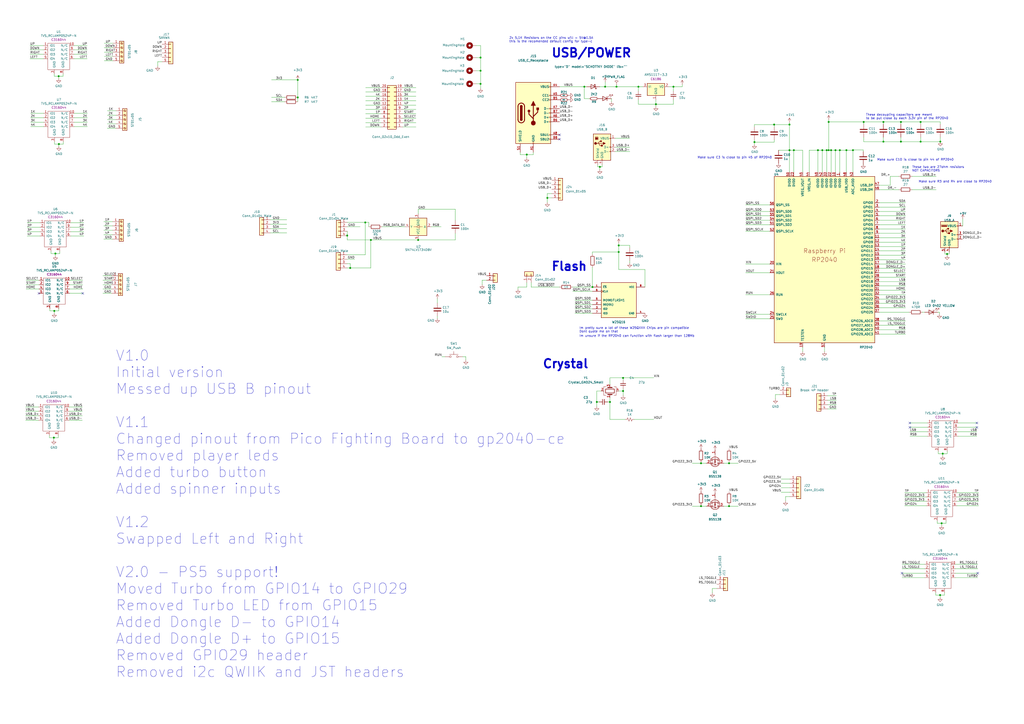
<source format=kicad_sch>
(kicad_sch (version 20230121) (generator eeschema)
  (paper "A2")
  (junction (at 406.654 268.732))
  (junction (at 501.015 70.739))
  (junction (at 545.465 82.169))
  (junction (at 449.072 72.263))
  (junction (at 305.562 89.662))
  (junction (at 343.662 166.497))
  (junction (at 358.902 142.367))
  (junction (at 494.792 87.122))
  (junction (at 278.765 41.021))
  (junction (at 172.72 46.355))
  (junction (at 390.652 50.292))
  (junction (at 422.91 293.624))
  (junction (at 380.492 60.452))
  (junction (at 215.138 139.192))
  (junction (at 211.8914 129.032))
  (junction (at 422.91 268.732))
  (junction (at 545.338 345.186))
  (junction (at 353.822 233.172))
  (junction (at 203.1573 155.448))
  (junction (at 278.765 48.641))
  (junction (at 338.963 50.292))
  (junction (at 31.496 180.34))
  (junction (at 357.632 50.292))
  (junction (at 487.172 87.122))
  (junction (at 480.695 87.122))
  (junction (at 549.402 147.32))
  (junction (at 358.902 146.177))
  (junction (at 242.57 139.192))
  (junction (at 351.028 50.292))
  (junction (at 460.502 87.122))
  (junction (at 437.642 82.423))
  (junction (at 457.962 87.122))
  (junction (at 512.445 70.739))
  (junction (at 534.035 82.169))
  (junction (at 546.227 303.53))
  (junction (at 361.442 219.202))
  (junction (at 34.036 44.196))
  (junction (at 534.035 70.739))
  (junction (at 278.765 33.401))
  (junction (at 474.472 87.122))
  (junction (at 512.445 82.169))
  (junction (at 172.72 56.515))
  (junction (at 522.605 70.739))
  (junction (at 346.202 233.172))
  (junction (at 457.962 72.263))
  (junction (at 522.605 82.169))
  (junction (at 317.5 114.808))
  (junction (at 32.131 147.066))
  (junction (at 482.092 87.122))
  (junction (at 201.422 136.652))
  (junction (at 477.012 87.122))
  (junction (at 406.654 293.624))
  (junction (at 546.862 263.144))
  (junction (at 31.242 253.873))
  (junction (at 361.442 226.822))
  (junction (at 490.982 87.122))
  (junction (at 484.632 87.122))
  (junction (at 480.695 70.739))
  (junction (at 370.332 50.292))
  (junction (at 34.163 83.566))
  (junction (at 479.552 87.122))
  (junction (at 347.98 96.774))
  (no_connect (at 324.612 78.232))
  (no_connect (at 527.812 247.904))
  (no_connect (at 48.006 170.18))
  (no_connect (at 566.674 247.904))
  (no_connect (at 324.612 80.772))
  (no_connect (at 523.24 332.486))
  (no_connect (at 567.182 332.486))
  (no_connect (at 566.674 245.364))
  (no_connect (at 527.812 245.364))
  (no_connect (at 22.606 170.18))
  (wire (pts (xy 512.445 70.739) (xy 522.605 70.739)))
  (wire (pts (xy 422.91 293.624) (xy 422.91 292.862)))
  (wire (pts (xy 242.57 123.952) (xy 242.57 121.412)))
  (wire (pts (xy 32.131 147.066) (xy 32.131 148.336)))
  (wire (pts (xy 268.351 206.883) (xy 270.256 206.883)))
  (wire (pts (xy 339.6742 50.2666) (xy 340.2584 50.2666)))
  (wire (pts (xy 555.117 293.37) (xy 567.69 293.37)))
  (wire (pts (xy 437.642 81.153) (xy 437.642 82.423)))
  (wire (pts (xy 480.695 69.469) (xy 480.695 70.739)))
  (wire (pts (xy 510.032 165.862) (xy 525.272 165.862)))
  (wire (pts (xy 487.172 87.122) (xy 487.172 99.822)))
  (wire (pts (xy 512.445 82.169) (xy 522.605 82.169)))
  (wire (pts (xy 501.015 82.169) (xy 512.445 82.169)))
  (wire (pts (xy 270.256 206.883) (xy 270.256 208.788)))
  (wire (pts (xy 166.37 135.128) (xy 156.845 135.128)))
  (wire (pts (xy 484.632 87.122) (xy 487.172 87.122)))
  (wire (pts (xy 338.963 50.292) (xy 324.612 50.292)))
  (wire (pts (xy 555.117 290.83) (xy 567.69 290.83)))
  (wire (pts (xy 458.216 288.036) (xy 455.676 288.036)))
  (wire (pts (xy 457.962 70.993) (xy 457.962 72.263)))
  (wire (pts (xy 41.021 129.286) (xy 48.641 129.286)))
  (wire (pts (xy 279.654 165.1) (xy 279.654 162.56)))
  (wire (pts (xy 43.053 65.786) (xy 50.673 65.786)))
  (wire (pts (xy 166.37 130.048) (xy 156.845 130.048)))
  (wire (pts (xy 478.282 201.422) (xy 478.282 203.962)))
  (wire (pts (xy 320.04 112.268) (xy 317.5 112.268)))
  (wire (pts (xy 40.386 167.64) (xy 48.006 167.64)))
  (wire (pts (xy 165.1 59.055) (xy 157.48 59.055)))
  (wire (pts (xy 305.562 89.662) (xy 309.372 89.662)))
  (wire (pts (xy 40.132 243.713) (xy 47.752 243.713)))
  (wire (pts (xy 370.332 50.292) (xy 370.332 52.832)))
  (wire (pts (xy 401.574 293.624) (xy 406.654 293.624)))
  (wire (pts (xy 510.032 188.722) (xy 525.272 188.722)))
  (wire (pts (xy 510.032 178.562) (xy 525.272 178.562)))
  (wire (pts (xy 446.532 182.372) (xy 432.562 182.372)))
  (wire (pts (xy 453.136 282.956) (xy 458.216 282.956)))
  (wire (pts (xy 558.546 127) (xy 558.546 131.064)))
  (wire (pts (xy 437.642 82.423) (xy 449.072 82.423)))
  (wire (pts (xy 446.532 134.112) (xy 432.562 134.112)))
  (wire (pts (xy 309.372 89.662) (xy 309.372 88.392)))
  (wire (pts (xy 455.676 288.036) (xy 455.676 290.576)))
  (wire (pts (xy 446.532 158.242) (xy 432.562 158.242)))
  (wire (pts (xy 215.138 139.192) (xy 242.57 139.192)))
  (wire (pts (xy 353.822 230.632) (xy 353.822 233.172)))
  (wire (pts (xy 349.25 95.504) (xy 349.25 96.774)))
  (wire (pts (xy 279.654 162.56) (xy 282.194 162.56)))
  (wire (pts (xy 201.295 152.908) (xy 203.1573 152.908)))
  (wire (pts (xy 554.228 327.406) (xy 567.182 327.406)))
  (wire (pts (xy 361.442 225.552) (xy 361.442 226.822)))
  (wire (pts (xy 40.132 238.633) (xy 47.752 238.633)))
  (wire (pts (xy 358.902 141.097) (xy 358.902 142.367)))
  (wire (pts (xy 351.028 50.292) (xy 357.632 50.292)))
  (wire (pts (xy 15.113 162.56) (xy 22.606 162.56)))
  (wire (pts (xy 41.021 134.366) (xy 48.641 134.366)))
  (wire (pts (xy 15.748 136.906) (xy 23.241 136.906)))
  (wire (pts (xy 457.962 72.263) (xy 457.962 87.122)))
  (wire (pts (xy 432.562 127.762) (xy 446.532 127.762)))
  (wire (pts (xy 534.035 82.169) (xy 522.605 82.169)))
  (wire (pts (xy 543.687 302.26) (xy 543.687 303.53)))
  (wire (pts (xy 500.761 86.995) (xy 494.792 86.995)))
  (wire (pts (xy 253.746 183.388) (xy 253.746 184.658)))
  (wire (pts (xy 201.295 155.448) (xy 203.1573 155.448)))
  (wire (pts (xy 401.574 268.732) (xy 406.654 268.732)))
  (wire (pts (xy 338.963 50.292) (xy 338.963 57.1754)))
  (wire (pts (xy 469.392 87.122) (xy 474.472 87.122)))
  (wire (pts (xy 422.91 268.732) (xy 428.244 268.732)))
  (wire (pts (xy 558.546 131.064) (xy 558.292 131.064)))
  (wire (pts (xy 36.576 44.196) (xy 36.576 42.926)))
  (wire (pts (xy 523.24 327.406) (xy 536.448 327.406)))
  (wire (pts (xy 34.163 83.566) (xy 34.163 84.836)))
  (wire (pts (xy 361.442 226.822) (xy 361.442 229.362)))
  (wire (pts (xy 449.834 231.394) (xy 449.834 228.854)))
  (wire (pts (xy 65.278 136.144) (xy 60.198 136.144)))
  (wire (pts (xy 305.562 89.662) (xy 305.562 91.567)))
  (wire (pts (xy 446.532 184.912) (xy 432.562 184.912)))
  (wire (pts (xy 201.422 136.652) (xy 201.422 139.192)))
  (wire (pts (xy 544.322 261.874) (xy 544.322 263.144)))
  (wire (pts (xy 43.053 70.866) (xy 50.673 70.866)))
  (wire (pts (xy 390.652 50.292) (xy 395.732 50.292)))
  (wire (pts (xy 278.765 48.641) (xy 278.765 51.181)))
  (wire (pts (xy 480.695 70.739) (xy 501.015 70.739)))
  (wire (pts (xy 510.032 173.482) (xy 525.272 173.482)))
  (wire (pts (xy 31.496 180.34) (xy 34.036 180.34)))
  (wire (pts (xy 67.31 64.262) (xy 62.23 64.262)))
  (wire (pts (xy 370.332 50.292) (xy 372.872 50.292)))
  (wire (pts (xy 527.812 245.364) (xy 537.972 245.364)))
  (wire (pts (xy 17.78 65.786) (xy 25.273 65.786)))
  (wire (pts (xy 354.711 58.9788) (xy 354.711 57.1754)))
  (wire (pts (xy 34.036 44.196) (xy 34.036 45.466)))
  (wire (pts (xy 510.032 109.982) (xy 521.462 109.982)))
  (wire (pts (xy 510.032 130.302) (xy 525.272 130.302)))
  (wire (pts (xy 346.202 233.172) (xy 346.202 235.712)))
  (wire (pts (xy 361.442 219.202) (xy 361.442 220.472)))
  (wire (pts (xy 41.021 136.906) (xy 48.641 136.906)))
  (wire (pts (xy 457.962 87.122) (xy 457.962 99.822)))
  (wire (pts (xy 510.032 127.762) (xy 525.272 127.762)))
  (wire (pts (xy 453.136 277.876) (xy 458.216 277.876)))
  (wire (pts (xy 212.09 58.42) (xy 220.98 58.42)))
  (wire (pts (xy 457.962 87.122) (xy 451.612 87.122)))
  (wire (pts (xy 474.472 87.122) (xy 477.012 87.122)))
  (wire (pts (xy 510.032 145.542) (xy 525.272 145.542)))
  (wire (pts (xy 490.982 87.122) (xy 494.792 87.122)))
  (wire (pts (xy 370.332 60.452) (xy 380.492 60.452)))
  (wire (pts (xy 544.322 263.144) (xy 546.862 263.144)))
  (wire (pts (xy 301.752 88.392) (xy 301.752 89.662)))
  (wire (pts (xy 365.252 151.257) (xy 365.252 152.527)))
  (wire (pts (xy 534.035 79.629) (xy 534.035 82.169)))
  (wire (pts (xy 545.465 79.629) (xy 545.465 82.169)))
  (wire (pts (xy 241.3 66.04) (xy 233.68 66.04)))
  (wire (pts (xy 278.765 41.021) (xy 278.765 48.641)))
  (wire (pts (xy 449.072 72.263) (xy 457.962 72.263)))
  (wire (pts (xy 14.859 243.713) (xy 22.352 243.713)))
  (wire (pts (xy 241.3 53.34) (xy 233.68 53.34)))
  (wire (pts (xy 419.862 293.624) (xy 422.91 293.624)))
  (wire (pts (xy 501.015 70.739) (xy 512.445 70.739)))
  (wire (pts (xy 542.798 345.186) (xy 545.338 345.186)))
  (wire (pts (xy 356.87 80.264) (xy 365.252 80.264)))
  (wire (pts (xy 64.77 170.18) (xy 59.69 170.18)))
  (wire (pts (xy 549.402 147.32) (xy 549.402 148.082)))
  (wire (pts (xy 241.3 63.5) (xy 233.68 63.5)))
  (wire (pts (xy 351.028 47.5996) (xy 351.028 50.292)))
  (wire (pts (xy 480.06 237.236) (xy 485.14 237.236)))
  (wire (pts (xy 555.752 245.364) (xy 566.674 245.364)))
  (wire (pts (xy 479.552 87.122) (xy 480.695 87.122)))
  (wire (pts (xy 544.957 182.118) (xy 544.957 181.102)))
  (wire (pts (xy 241.3 73.66) (xy 233.68 73.66)))
  (wire (pts (xy 40.386 170.18) (xy 48.006 170.18)))
  (wire (pts (xy 449.072 82.423) (xy 449.072 81.153)))
  (wire (pts (xy 432.562 122.682) (xy 446.532 122.682)))
  (wire (pts (xy 361.442 219.202) (xy 379.222 219.202)))
  (wire (pts (xy 353.822 243.332) (xy 362.712 243.332)))
  (wire (pts (xy 510.032 135.382) (xy 525.272 135.382)))
  (wire (pts (xy 14.859 241.173) (xy 22.352 241.173)))
  (wire (pts (xy 437.642 72.263) (xy 449.072 72.263)))
  (wire (pts (xy 477.012 87.122) (xy 479.552 87.122)))
  (wire (pts (xy 406.654 268.732) (xy 406.654 267.97)))
  (wire (pts (xy 555.117 285.75) (xy 567.69 285.75)))
  (wire (pts (xy 549.402 147.32) (xy 550.672 147.32)))
  (wire (pts (xy 484.632 99.822) (xy 484.632 87.122)))
  (wire (pts (xy 374.142 166.497) (xy 374.142 156.337)))
  (wire (pts (xy 241.3 68.58) (xy 233.68 68.58)))
  (wire (pts (xy 28.956 179.07) (xy 28.956 180.34)))
  (wire (pts (xy 256.286 206.883) (xy 258.191 206.883)))
  (wire (pts (xy 42.926 34.036) (xy 50.546 34.036)))
  (wire (pts (xy 242.57 139.192) (xy 264.16 139.192)))
  (wire (pts (xy 65.532 35.306) (xy 60.452 35.306)))
  (wire (pts (xy 308.102 166.497) (xy 324.612 166.497)))
  (wire (pts (xy 201.422 139.192) (xy 215.138 139.192)))
  (wire (pts (xy 201.422 131.572) (xy 208.915 131.572)))
  (wire (pts (xy 510.032 148.082) (xy 525.272 148.082)))
  (wire (pts (xy 480.06 234.696) (xy 485.14 234.696)))
  (wire (pts (xy 510.032 170.942) (xy 525.272 170.942)))
  (wire (pts (xy 42.926 28.956) (xy 50.546 28.956)))
  (wire (pts (xy 487.172 87.122) (xy 490.982 87.122)))
  (wire (pts (xy 305.562 163.957) (xy 305.562 166.497)))
  (wire (pts (xy 522.605 72.009) (xy 522.605 70.739)))
  (wire (pts (xy 546.862 263.144) (xy 549.402 263.144)))
  (wire (pts (xy 308.102 163.957) (xy 308.102 166.497)))
  (wire (pts (xy 529.082 102.362) (xy 543.052 102.362)))
  (wire (pts (xy 524.764 288.29) (xy 537.337 288.29)))
  (wire (pts (xy 34.036 44.196) (xy 36.576 44.196)))
  (wire (pts (xy 67.31 69.342) (xy 62.23 69.342)))
  (wire (pts (xy 34.163 83.566) (xy 36.703 83.566)))
  (wire (pts (xy 64.77 160.02) (xy 59.69 160.02)))
  (wire (pts (xy 510.032 168.402) (xy 525.272 168.402)))
  (wire (pts (xy 14.859 236.093) (xy 22.352 236.093)))
  (wire (pts (xy 419.862 268.732) (xy 422.91 268.732)))
  (wire (pts (xy 522.605 70.739) (xy 534.035 70.739)))
  (wire (pts (xy 546.227 303.53) (xy 546.227 304.8)))
  (wire (pts (xy 40.132 236.093) (xy 47.752 236.093)))
  (wire (pts (xy 65.278 128.524) (xy 60.198 128.524)))
  (wire (pts (xy 15.748 131.826) (xy 23.241 131.826)))
  (wire (pts (xy 17.78 73.406) (xy 25.273 73.406)))
  (wire (pts (xy 300.482 166.497) (xy 300.482 167.767)))
  (wire (pts (xy 413.258 341.376) (xy 415.798 341.376)))
  (wire (pts (xy 28.702 253.873) (xy 31.242 253.873)))
  (wire (pts (xy 545.465 82.169) (xy 534.035 82.169)))
  (wire (pts (xy 554.228 335.026) (xy 567.182 335.026)))
  (wire (pts (xy 339.6742 50.2666) (xy 339.6742 50.292)))
  (wire (pts (xy 203.1573 155.448) (xy 215.138 155.448)))
  (wire (pts (xy 356.87 87.884) (xy 365.379 87.884)))
  (wire (pts (xy 510.032 132.842) (xy 525.272 132.842)))
  (wire (pts (xy 465.582 99.822) (xy 465.582 87.122)))
  (wire (pts (xy 347.853 50.2666) (xy 347.8784 50.2666)))
  (wire (pts (xy 346.71 96.774) (xy 347.98 96.774)))
  (wire (pts (xy 317.5 114.808) (xy 317.5 117.348)))
  (wire (pts (xy 343.662 147.447) (xy 343.662 146.177)))
  (wire (pts (xy 527.812 247.904) (xy 537.972 247.904)))
  (wire (pts (xy 422.91 293.624) (xy 428.244 293.624)))
  (wire (pts (xy 449.072 73.533) (xy 449.072 72.263)))
  (wire (pts (xy 320.04 114.808) (xy 317.5 114.808)))
  (wire (pts (xy 65.278 131.064) (xy 60.198 131.064)))
  (wire (pts (xy 490.982 99.822) (xy 490.982 87.122)))
  (wire (pts (xy 534.035 70.739) (xy 545.465 70.739)))
  (wire (pts (xy 510.032 153.162) (xy 525.272 153.162)))
  (wire (pts (xy 548.767 303.53) (xy 548.767 302.26)))
  (wire (pts (xy 365.252 142.367) (xy 358.902 142.367)))
  (wire (pts (xy 354.711 57.1754) (xy 354.6602 57.1754)))
  (wire (pts (xy 276.225 41.021) (xy 278.765 41.021)))
  (wire (pts (xy 380.492 60.452) (xy 380.492 61.722)))
  (wire (pts (xy 522.605 79.629) (xy 522.605 82.169)))
  (wire (pts (xy 65.278 133.604) (xy 60.198 133.604)))
  (wire (pts (xy 17.399 26.416) (xy 25.146 26.416)))
  (wire (pts (xy 546.862 263.144) (xy 546.862 264.414)))
  (wire (pts (xy 65.532 25.146) (xy 60.452 25.146)))
  (wire (pts (xy 554.228 332.486) (xy 567.182 332.486)))
  (wire (pts (xy 510.032 137.922) (xy 525.272 137.922)))
  (wire (pts (xy 278.765 26.416) (xy 278.765 33.401)))
  (wire (pts (xy 64.77 162.56) (xy 59.69 162.56)))
  (wire (pts (xy 201.422 129.032) (xy 211.8914 129.032)))
  (wire (pts (xy 545.338 345.186) (xy 545.338 346.456)))
  (wire (pts (xy 276.225 26.416) (xy 278.765 26.416)))
  (wire (pts (xy 34.671 147.066) (xy 34.671 145.796)))
  (wire (pts (xy 347.98 96.774) (xy 347.98 98.298)))
  (wire (pts (xy 527.812 252.984) (xy 537.972 252.984)))
  (wire (pts (xy 544.957 181.102) (xy 543.941 181.102)))
  (wire (pts (xy 437.642 82.423) (xy 437.642 83.693)))
  (wire (pts (xy 367.792 243.332) (xy 379.222 243.332)))
  (wire (pts (xy 264.16 139.192) (xy 264.16 135.382)))
  (wire (pts (xy 406.654 293.624) (xy 406.654 292.862)))
  (wire (pts (xy 510.032 163.322) (xy 525.272 163.322)))
  (wire (pts (xy 469.392 99.822) (xy 469.392 87.122)))
  (wire (pts (xy 465.582 87.122) (xy 460.502 87.122)))
  (wire (pts (xy 480.695 70.739) (xy 480.695 87.122)))
  (wire (pts (xy 555.752 247.904) (xy 566.674 247.904)))
  (wire (pts (xy 31.623 83.566) (xy 34.163 83.566)))
  (wire (pts (xy 547.878 345.186) (xy 547.878 343.916)))
  (wire (pts (xy 446.532 118.872) (xy 432.562 118.872)))
  (wire (pts (xy 332.232 169.037) (xy 343.662 169.037)))
  (wire (pts (xy 523.24 332.486) (xy 536.448 332.486)))
  (wire (pts (xy 15.748 129.286) (xy 23.241 129.286)))
  (wire (pts (xy 432.562 130.302) (xy 446.532 130.302)))
  (wire (pts (xy 343.662 181.737) (xy 333.502 181.737)))
  (wire (pts (xy 65.532 32.766) (xy 60.452 32.766)))
  (wire (pts (xy 278.765 33.401) (xy 278.765 41.021)))
  (wire (pts (xy 221.615 131.572) (xy 234.95 131.572)))
  (wire (pts (xy 510.032 120.142) (xy 525.272 120.142)))
  (wire (pts (xy 343.662 174.117) (xy 333.502 174.117)))
  (wire (pts (xy 276.225 48.641) (xy 278.765 48.641)))
  (wire (pts (xy 500.761 95.25) (xy 500.761 95.504)))
  (wire (pts (xy 42.926 26.416) (xy 50.546 26.416)))
  (wire (pts (xy 380.492 60.452) (xy 390.652 60.452)))
  (wire (pts (xy 527.812 250.444) (xy 537.972 250.444)))
  (wire (pts (xy 17.78 70.866) (xy 25.273 70.866)))
  (wire (pts (xy 510.032 125.222) (xy 525.272 125.222)))
  (wire (pts (xy 555.117 288.29) (xy 567.69 288.29)))
  (wire (pts (xy 172.72 46.355) (xy 172.72 56.515)))
  (wire (pts (xy 432.562 153.162) (xy 446.532 153.162)))
  (wire (pts (xy 17.399 34.036) (xy 25.146 34.036)))
  (wire (pts (xy 215.138 155.448) (xy 215.138 139.192)))
  (wire (pts (xy 548.132 147.32) (xy 549.402 147.32)))
  (wire (pts (xy 343.662 155.067) (xy 343.662 166.497)))
  (wire (pts (xy 17.399 31.496) (xy 25.146 31.496)))
  (wire (pts (xy 546.227 303.53) (xy 548.767 303.53)))
  (wire (pts (xy 545.338 345.186) (xy 547.878 345.186)))
  (wire (pts (xy 554.228 329.946) (xy 567.182 329.946)))
  (wire (pts (xy 15.113 167.64) (xy 22.606 167.64)))
  (wire (pts (xy 31.623 82.296) (xy 31.623 83.566)))
  (wire (pts (xy 370.332 57.912) (xy 370.332 60.452)))
  (wire (pts (xy 211.8914 147.828) (xy 211.8914 129.032)))
  (wire (pts (xy 357.632 50.292) (xy 370.332 50.292)))
  (wire (pts (xy 494.792 86.995) (xy 494.792 87.122)))
  (wire (pts (xy 40.386 162.56) (xy 48.006 162.56)))
  (wire (pts (xy 241.3 50.8) (xy 233.68 50.8)))
  (wire (pts (xy 31.496 42.926) (xy 31.496 44.196)))
  (wire (pts (xy 333.502 176.657) (xy 343.662 176.657)))
  (wire (pts (xy 516.382 102.362) (xy 516.382 107.442)))
  (wire (pts (xy 516.382 102.362) (xy 521.462 102.362)))
  (wire (pts (xy 33.782 253.873) (xy 33.782 252.603)))
  (wire (pts (xy 555.752 252.984) (xy 566.674 252.984)))
  (wire (pts (xy 343.662 179.197) (xy 333.502 179.197)))
  (wire (pts (xy 15.113 165.1) (xy 22.606 165.1)))
  (wire (pts (xy 64.77 167.64) (xy 59.69 167.64)))
  (wire (pts (xy 165.1 56.515) (xy 157.48 56.515)))
  (wire (pts (xy 42.926 31.496) (xy 50.546 31.496)))
  (wire (pts (xy 91.44 35.814) (xy 91.44 38.354)))
  (wire (pts (xy 510.032 143.002) (xy 525.272 143.002)))
  (wire (pts (xy 390.652 57.912) (xy 390.652 60.452)))
  (wire (pts (xy 212.09 63.5) (xy 220.98 63.5)))
  (wire (pts (xy 348.742 226.822) (xy 346.202 226.822)))
  (wire (pts (xy 510.032 176.022) (xy 525.272 176.022)))
  (wire (pts (xy 390.652 50.292) (xy 390.652 52.832)))
  (wire (pts (xy 512.445 82.169) (xy 512.445 79.629)))
  (wire (pts (xy 480.06 229.616) (xy 485.14 229.616)))
  (wire (pts (xy 465.582 201.422) (xy 465.582 203.962)))
  (wire (pts (xy 31.242 253.873) (xy 33.782 253.873)))
  (wire (pts (xy 347.853 50.292) (xy 351.028 50.292)))
  (wire (pts (xy 65.532 30.226) (xy 60.452 30.226)))
  (wire (pts (xy 212.09 53.34) (xy 220.98 53.34)))
  (wire (pts (xy 413.258 343.916) (xy 413.258 341.376)))
  (wire (pts (xy 43.053 73.406) (xy 50.673 73.406)))
  (wire (pts (xy 43.053 68.326) (xy 50.673 68.326)))
  (wire (pts (xy 510.032 150.622) (xy 525.272 150.622)))
  (wire (pts (xy 380.492 57.912) (xy 380.492 60.452)))
  (wire (pts (xy 93.98 35.814) (xy 91.44 35.814)))
  (wire (pts (xy 343.662 146.177) (xy 358.902 146.177)))
  (wire (pts (xy 67.31 74.422) (xy 62.23 74.422)))
  (wire (pts (xy 510.032 117.602) (xy 525.272 117.602)))
  (wire (pts (xy 65.278 138.684) (xy 60.198 138.684)))
  (wire (pts (xy 482.092 99.822) (xy 482.092 87.122)))
  (wire (pts (xy 241.3 58.42) (xy 233.68 58.42)))
  (wire (pts (xy 212.09 71.12) (xy 220.98 71.12)))
  (wire (pts (xy 482.092 87.122) (xy 484.632 87.122)))
  (wire (pts (xy 17.78 68.326) (xy 25.273 68.326)))
  (wire (pts (xy 213.995 129.032) (xy 213.995 131.572)))
  (wire (pts (xy 34.036 180.34) (xy 34.036 179.07)))
  (wire (pts (xy 353.822 219.202) (xy 361.442 219.202)))
  (wire (pts (xy 548.132 146.304) (xy 548.132 147.32)))
  (wire (pts (xy 65.532 27.686) (xy 60.452 27.686)))
  (wire (pts (xy 535.051 181.102) (xy 536.321 181.102)))
  (wire (pts (xy 409.702 268.732) (xy 406.654 268.732)))
  (wire (pts (xy 460.502 87.122) (xy 457.962 87.122)))
  (wire (pts (xy 510.032 155.702) (xy 525.272 155.702)))
  (wire (pts (xy 437.642 73.533) (xy 437.642 72.263)))
  (wire (pts (xy 212.09 66.04) (xy 220.98 66.04)))
  (wire (pts (xy 40.132 241.173) (xy 47.752 241.173)))
  (wire (pts (xy 422.91 268.732) (xy 422.91 267.97)))
  (wire (pts (xy 543.687 303.53) (xy 546.227 303.53)))
  (wire (pts (xy 510.032 107.442) (xy 516.382 107.442)))
  (wire (pts (xy 212.09 50.8) (xy 220.98 50.8)))
  (wire (pts (xy 409.702 293.624) (xy 406.654 293.624)))
  (wire (pts (xy 500.761 86.995) (xy 500.761 87.884)))
  (wire (pts (xy 501.015 79.629) (xy 501.015 82.169)))
  (wire (pts (xy 15.748 134.366) (xy 23.241 134.366)))
  (wire (pts (xy 253.746 173.228) (xy 253.746 175.768)))
  (wire (pts (xy 474.472 99.822) (xy 474.472 87.122)))
  (wire (pts (xy 529.082 109.982) (xy 543.052 109.982)))
  (wire (pts (xy 212.09 55.88) (xy 220.98 55.88)))
  (wire (pts (xy 264.16 121.412) (xy 264.16 127.762)))
  (wire (pts (xy 453.136 280.416) (xy 458.216 280.416)))
  (wire (pts (xy 480.06 232.156) (xy 485.14 232.156)))
  (wire (pts (xy 28.956 180.34) (xy 31.496 180.34)))
  (wire (pts (xy 347.853 50.292) (xy 347.853 50.2666)))
  (wire (pts (xy 201.295 150.368) (xy 205.74 150.368)))
  (wire (pts (xy 524.764 290.83) (xy 537.337 290.83)))
  (wire (pts (xy 317.5 112.268) (xy 317.5 114.808)))
  (wire (pts (xy 453.136 285.496) (xy 458.216 285.496)))
  (wire (pts (xy 353.822 233.172) (xy 353.822 243.332)))
  (wire (pts (xy 449.834 228.854) (xy 452.374 228.854)))
  (wire (pts (xy 542.798 343.916) (xy 542.798 345.186)))
  (wire (pts (xy 332.232 166.497) (xy 343.662 166.497)))
  (wire (pts (xy 510.032 181.102) (xy 527.431 181.102)))
  (wire (pts (xy 172.72 56.515) (xy 172.72 59.055)))
  (wire (pts (xy 346.202 226.822) (xy 346.202 233.172)))
  (wire (pts (xy 17.399 28.956) (xy 25.146 28.956)))
  (wire (pts (xy 358.902 156.337) (xy 374.142 156.337)))
  (wire (pts (xy 241.3 71.12) (xy 233.68 71.12)))
  (wire (pts (xy 201.295 147.828) (xy 211.8914 147.828)))
  (wire (pts (xy 432.562 125.222) (xy 446.532 125.222)))
  (wire (pts (xy 36.703 83.566) (xy 36.703 82.296)))
  (wire (pts (xy 534.035 72.009) (xy 534.035 70.739)))
  (wire (pts (xy 395.732 49.022) (xy 395.732 50.292)))
  (wire (pts (xy 550.672 147.32) (xy 550.672 146.304)))
  (wire (pts (xy 31.496 44.196) (xy 34.036 44.196)))
  (wire (pts (xy 31.242 253.873) (xy 31.242 255.143)))
  (wire (pts (xy 545.465 72.009) (xy 545.465 70.739)))
  (wire (pts (xy 523.24 329.946) (xy 536.448 329.946)))
  (wire (pts (xy 203.1573 152.908) (xy 203.1573 155.448)))
  (wire (pts (xy 29.591 147.066) (xy 32.131 147.066)))
  (wire (pts (xy 301.752 89.662) (xy 305.562 89.662)))
  (wire (pts (xy 212.09 68.58) (xy 220.98 68.58)))
  (wire (pts (xy 510.032 158.242) (xy 525.272 158.242)))
  (wire (pts (xy 524.764 285.75) (xy 537.337 285.75)))
  (wire (pts (xy 300.482 166.497) (xy 305.562 166.497)))
  (wire (pts (xy 512.445 72.009) (xy 512.445 70.739)))
  (wire (pts (xy 510.032 140.462) (xy 525.272 140.462)))
  (wire (pts (xy 67.31 71.882) (xy 62.23 71.882)))
  (wire (pts (xy 276.225 33.401) (xy 278.765 33.401)))
  (wire (pts (xy 357.632 49.022) (xy 357.632 50.292)))
  (wire (pts (xy 347.98 96.774) (xy 349.25 96.774)))
  (wire (pts (xy 211.8914 129.032) (xy 213.995 129.032)))
  (wire (pts (xy 40.386 165.1) (xy 48.006 165.1)))
  (wire (pts (xy 241.3 60.96) (xy 233.68 60.96)))
  (wire (pts (xy 166.37 132.588) (xy 156.845 132.588)))
  (wire (pts (xy 501.015 72.009) (xy 501.015 70.739)))
  (wire (pts (xy 166.37 127.508) (xy 156.845 127.508)))
  (wire (pts (xy 201.422 134.112) (xy 201.422 136.652)))
  (wire (pts (xy 14.859 238.633) (xy 22.352 238.633)))
  (wire (pts (xy 339.6742 50.292) (xy 338.963 50.292)))
  (wire (pts (xy 549.402 261.874) (xy 549.402 263.144)))
  (wire (pts (xy 510.032 191.262) (xy 525.272 191.262)))
  (wire (pts (xy 41.021 131.826) (xy 48.641 131.826)))
  (wire (pts (xy 510.032 193.802) (xy 525.272 193.802)))
  (wire (pts (xy 480.695 87.122) (xy 482.092 87.122)))
  (wire (pts (xy 250.19 131.572) (xy 255.905 131.572)))
  (wire (pts (xy 479.552 99.822) (xy 479.552 87.122)))
  (wire (pts (xy 241.3 55.88) (xy 233.68 55.88)))
  (wire (pts (xy 358.902 226.822) (xy 361.442 226.822)))
  (wire (pts (xy 242.57 121.412) (xy 264.16 121.412)))
  (wire (pts (xy 356.87 85.344) (xy 365.252 85.344)))
  (wire (pts (xy 460.502 99.822) (xy 460.502 87.122)))
  (wire (pts (xy 346.71 95.504) (xy 346.71 96.774)))
  (wire (pts (xy 212.09 73.66) (xy 220.98 73.66)))
  (wire (pts (xy 477.012 99.822) (xy 477.012 87.122)))
  (wire (pts (xy 64.77 165.1) (xy 59.69 165.1)))
  (wire (pts (xy 212.09 60.96) (xy 220.98 60.96)))
  (wire (pts (xy 31.496 180.34) (xy 31.496 181.61)))
  (wire (pts (xy 446.532 170.942) (xy 432.562 170.942)))
  (wire (pts (xy 353.822 219.202) (xy 353.822 223.012)))
  (wire (pts (xy 555.752 250.444) (xy 566.674 250.444)))
  (wire (pts (xy 32.131 147.066) (xy 34.671 147.066)))
  (wire (pts (xy 358.902 142.367) (xy 358.902 146.177)))
  (wire (pts (xy 365.252 143.637) (xy 365.252 142.367)))
  (wire (pts (xy 510.032 122.682) (xy 525.272 122.682)))
  (wire (pts (xy 28.702 252.603) (xy 28.702 253.873)))
  (wire (pts (xy 510.032 186.182) (xy 525.272 186.182)))
  (wire (pts (xy 523.24 335.026) (xy 536.448 335.026)))
  (wire (pts (xy 388.112 50.292) (xy 390.652 50.292)))
  (wire (pts (xy 67.31 66.802) (xy 62.23 66.802)))
  (wire (pts (xy 494.792 87.122) (xy 494.792 99.822)))
  (wire (pts (xy 352.552 233.172) (xy 353.822 233.172)))
  (wire (pts (xy 358.902 146.177) (xy 358.902 156.337)))
  (wire (pts (xy 524.764 293.37) (xy 537.337 293.37)))
  (wire (pts (xy 510.032 160.782) (xy 525.272 160.782)))
  (wire (pts (xy 157.48 46.355) (xy 172.72 46.355)))
  (wire (pts (xy 347.472 233.172) (xy 346.202 233.172)))
  (wire (pts (xy 29.591 145.796) (xy 29.591 147.066)))
  (wire (pts (xy 341.9602 57.1754) (xy 338.963 57.1754)))
  (text "Im pretty sure a lot of these W25QXXX Chips are pin compatible\nDont quote me on that" (at 336.042 193.167 0) (effects (font (size 1.27 1.27)) (justify left bottom)))
  (text "Make sure C3 is close to pin 45 of RP2040" (at 447.802 92.202 0) (effects (font (size 1.27 1.27)) (justify right bottom)))
  (text "Make sure R3 and R4 are close to RP2040" (at 532.892 106.172 0) (effects (font (size 1.27 1.27)) (justify left bottom)))
  (text "These decoupling capacitors are meant\nto be put close by each 3.3V pin of the RP2040" (at 502.285 69.469 0) (effects (font (size 1.27 1.27)) (justify left bottom)))
  (text "These two are 27ohm resistors \nNOT CAPACITORS" (at 529.082 99.822 0) (effects (font (size 1.27 1.27)) (justify left bottom)))
  (text "Make sure C10 is close to pin 44 of RP2040" (at 508.762 93.472 0) (effects (font (size 1.27 1.27)) (justify left bottom)))
  (text "Flash" (at 319.532 157.607 0) (effects (font (size 5.0038 5.0038) (thickness 1.0008) bold) (justify left bottom)))
  (text "V1.0\nInitial version\nMessed up USB B pinout\n\nV1.1\nChanged pinout from Pico Fighting Board to gp2040-ce\nRemoved player leds\nAdded turbo button\nAdded spinner inputs\n\nV1.2\nSwapped Left and Right\n\nV2.0 - PS5 support!\nMoved Turbo from GPIO14 to GPIO29\nRemoved Turbo LED from GPIO15\nAdded Dongle D- to GPIO14\nAdded Dongle D+ to GPIO15\nRemoved GPIO29 header\nRemoved i2c QWIIK and JST headers" (at 67.056 393.446 0) (effects (font (size 6 6)) (justify left bottom)))
  (text "2x 5.1K Resistors on the CC pins will = 5V@1.5A\nthis is the recomended default config for type-c" (at 295.402 24.892 0) (effects (font (size 1.27 1.27)) (justify left bottom)))
  (text "Im unsure if the RP2040 can function with flash larger than 128Mb" (at 336.042 195.707 0) (effects (font (size 1.27 1.27)) (justify left bottom)))
  (text "USB/POWER" (at 319.532 33.782 0) (effects (font (size 5.0038 5.0038) (thickness 1.0008) bold) (justify left bottom)))
  (text "Crystal" (at 314.452 214.122 0) (effects (font (size 5.0038 5.0038) (thickness 1.0008) bold) (justify left bottom)))
  (label "GPIO23_3V3" (at 524.764 290.83 0))
  (label "2P" (at 234.315 63.5 0))
  (label "USB_D+" (at 320.04 109.728 180))
  (label "XOUT" (at 432.562 158.242 0))
  (label "2K" (at 50.673 68.326 180))
  (label "USB_D-" (at 320.04 107.188 180))
  (label "2K" (at 62.865 66.802 0))
  (label "QSPI_SD3" (at 333.502 181.737 0))
  (label "VBUS" (at 14.859 236.093 0))
  (label "HOME" (at 60.452 165.1 0))
  (label "RSB" (at 485.14 234.696 180))
  (label "USB_D+" (at 14.859 241.173 0))
  (label "HOME" (at 525.272 168.402 180))
  (label "GND" (at 216.535 60.96 0))
  (label "TURBO" (at 523.24 335.026 0))
  (label "~{USB_BOOT}" (at 311.912 166.497 0))
  (label "DONGLE_D+" (at 525.272 155.702 180))
  (label "GND" (at 205.74 150.368 180))
  (label "GPIO22_3V3" (at 524.764 288.29 0))
  (label "4P" (at 234.315 60.96 0))
  (label "VBUS" (at 47.752 236.093 180))
  (label "USB_D+" (at 324.612 68.072 0))
  (label "3P" (at 525.272 148.082 180))
  (label "DOWN" (at 61.087 27.686 0))
  (label "START" (at 60.452 162.56 0))
  (label "TURBO" (at 452.374 226.314 180))
  (label "USB_D-" (at 14.859 243.713 0))
  (label "RIGHT" (at 61.214 30.226 0))
  (label "USB_D+" (at 365.252 85.344 180))
  (label "3K" (at 62.865 69.342 0))
  (label "1K" (at 525.272 132.842 180))
  (label "4P" (at 15.748 136.906 0))
  (label "TURBO" (at 567.182 335.026 180))
  (label "GPIO23_3V3" (at 525.272 176.022 180))
  (label "DR_-" (at 520.192 109.982 180))
  (label "QSPI_SS" (at 432.562 118.872 0))
  (label "GND" (at 60.452 170.18 0))
  (label "SELECT" (at 234.315 68.58 0))
  (label "GND" (at 234.315 53.34 0))
  (label "RIGHT" (at 17.526 31.496 0))
  (label "3K" (at 234.315 55.88 0))
  (label "LEFT" (at 525.272 130.302 180))
  (label "SCL" (at 158.115 135.128 0))
  (label "4K" (at 50.673 73.406 180))
  (label "RGB" (at 250.825 131.572 0))
  (label "VBUS" (at 221.488 139.192 180))
  (label "SDA" (at 158.115 132.588 0))
  (label "UP" (at 234.315 73.66 0))
  (label "LSB" (at 566.674 250.444 180))
  (label "1P" (at 60.833 128.524 0))
  (label "LSB" (at 525.272 163.322 180))
  (label "DOWN" (at 17.399 28.956 0))
  (label "4K" (at 217.805 55.88 0))
  (label "GPIO22_3V3" (at 567.69 288.29 180))
  (label "GND" (at 158.115 127.508 0))
  (label "GND" (at 242.57 121.412 0))
  (label "TP" (at 525.272 170.942 180))
  (label "USB_D-" (at 47.752 243.713 180))
  (label "RIGHT" (at 93.98 30.734 180))
  (label "VBUS" (at 453.136 285.496 180))
  (label "4K" (at 525.272 140.462 180))
  (label "DOWN" (at 93.98 28.194 180))
  (label "QSPI_SD1" (at 432.562 125.222 0))
  (label "VBUS" (at 422.91 260.35 0))
  (label "GND" (at 62.865 74.422 0))
  (label "UP" (at 61.1642 25.146 0))
  (label "LEFT" (at 50.546 34.036 180))
  (label "USB_D-" (at 365.379 87.884 180))
  (label "1P" (at 525.272 143.002 180))
  (label "START" (at 525.272 160.782 180))
  (label "SDA" (at 160.02 59.055 0))
  (label "VBUS" (at 320.04 104.648 180))
  (label "START" (at 48.006 165.1 180))
  (label "RSB" (at 527.812 252.984 0))
  (label "4K" (at 62.865 71.882 0))
  (label "GPIO22_3V3" (at 525.272 173.482 180))
  (label "LSB" (at 527.812 250.444 0))
  (label "SDA" (at 525.272 117.602 180))
  (label "USB_D-" (at 543.052 109.982 180))
  (label "QSPI_SD2" (at 333.502 179.197 0))
  (label "2P" (at 525.272 145.542 180))
  (label "SCL" (at 525.272 120.142 180))
  (label "QSPI_SD2" (at 432.562 127.762 0))
  (label "3P" (at 217.805 63.5 0))
  (label "SELECT" (at 15.113 162.56 0))
  (label "START" (at 15.113 165.1 0))
  (label "QSPI_SCLK" (at 332.232 169.037 0))
  (label "1K" (at 234.315 58.42 0))
  (label "DOWN" (at 214.63 73.66 0))
  (label "GND" (at 60.833 138.684 0))
  (label "VBUS" (at 47.752 238.633 180))
  (label "RSB" (at 566.674 252.984 180))
  (label "UP" (at 17.399 26.416 0))
  (label "USB_D+" (at 543.052 102.362 180))
  (label "RS_TOGGLE" (at 415.798 338.836 180))
  (label "DONGLE_D+" (at 558.292 136.144 0))
  (label "2K" (at 217.805 58.42 0))
  (label "LS_TOGGLE" (at 525.272 188.722 180))
  (label "1K" (at 17.78 65.786 0))
  (label "VBUS" (at 234.442 50.8 0))
  (label "LEFT" (at 17.399 34.036 0))
  (label "GND" (at 485.14 237.236 180))
  (label "4P" (at 48.641 136.906 180))
  (label "4P" (at 525.272 150.622 180))
  (label "RIGHT" (at 234.315 71.12 0))
  (label "GPIO24" (at 567.69 293.37 180))
  (label "VBUS" (at 422.91 285.242 0))
  (label "VBUS" (at 220.472 50.8 180))
  (label "RIGHT" (at 50.546 31.496 180))
  (label "3K" (at 525.272 137.922 180))
  (label "LS_TOGGLE" (at 415.798 336.296 180))
  (label "SELECT" (at 60.452 160.02 0))
  (label "1P" (at 217.805 66.04 0))
  (label "1P" (at 15.748 129.286 0))
  (label "GPIO24" (at 453.136 282.956 180))
  (label "LEFT" (at 215.9 71.12 0))
  (label "QSPI_SD0" (at 333.502 174.117 0))
  (label "DOWN" (at 50.546 28.956 180))
  (label "VBUS" (at 282.194 160.02 180))
  (label "LEFT" (at 61.214 32.766 0))
  (label "2P" (at 15.748 131.826 0))
  (label "GPIO24" (at 525.272 178.562 180))
  (label "2K" (at 525.272 135.382 180))
  (label "XIN" (at 379.222 219.202 0))
  (label "GPIO22_5V" (at 428.244 268.732 0))
  (label "GPIO23_5V" (at 428.244 293.624 0))
  (label "2P" (at 48.641 131.826 180))
  (label "TP" (at 567.69 285.75 180))
  (label "SWDIO" (at 432.562 184.912 0))
  (label "3P" (at 15.748 134.366 0))
  (label "3P" (at 48.641 134.366 180))
  (label "2P" (at 60.833 131.064 0))
  (label "RS_TOGGLE" (at 523.24 327.406 0))
  (label "HOME" (at 214.63 68.58 0))
  (label "RIGHT" (at 525.272 127.762 180))
  (label "3V3" (at 160.02 46.355 0))
  (label "3V3" (at 158.115 130.048 0))
  (label "1K" (at 50.673 65.786 180))
  (label "USB_D-" (at 324.612 65.532 0))
  (label "VBUS" (at 365.252 80.264 180))
  (label "USB_D+" (at 47.752 241.173 180))
  (label "RS_TOGGLE" (at 567.182 327.406 180))
  (label "DR_+" (at 516.382 102.362 180))
  (label "GND" (at 61.214 35.306 0))
  (label "DOWN" (at 525.272 125.222 180))
  (label "4K" (at 17.78 73.406 0))
  (label "GPIO23_5V" (at 453.136 280.416 180))
  (label "RGB_DATA_5V" (at 222.25 131.572 0))
  (label "USB_D-" (at 324.612 62.992 0))
  (label "GND" (at 216.535 53.34 0))
  (label "START" (at 234.315 66.04 0))
  (label "QSPI_SD0" (at 432.562 122.682 0))
  (label "QSPI_SCLK" (at 432.562 134.112 0))
  (label "QSPI_SD1" (at 333.502 176.657 0))
  (label "VBUS" (at 14.859 238.633 0))
  (label "3K" (at 50.673 70.866 180))
  (label "LSB" (at 485.14 232.156 180))
  (label "VBUS" (at 327.152 50.292 0))
  (label "HOME" (at 15.113 167.64 0))
  (label "SELECT" (at 48.006 162.56 180))
  (label "4P" (at 60.833 136.144 0))
  (label "RS_TOGGLE" (at 525.272 186.182 180))
  (label "QSPI_SD3" (at 432.562 130.302 0))
  (label "UP" (at 525.272 122.682 180))
  (label "QSPI_SS" (at 334.772 166.497 0))
  (label "SELECT" (at 525.272 158.242 180))
  (label "XOUT" (at 379.222 243.332 0))
  (label "GND" (at 201.93 131.572 0))
  (label "UP" (at 50.546 26.416 180))
  (label "1K" (at 62.992 64.262 0))
  (label "GPIO23_3V3" (at 401.574 293.624 180))
  (label "3P" (at 60.833 133.604 0))
  (label "GPIO24" (at 524.764 293.37 0))
  (label "SWCLK" (at 432.562 182.372 0))
  (label "GPIO22_3V3" (at 401.574 268.732 180))
  (label "SCL" (at 160.02 56.515 0))
  (label "1P" (at 48.641 129.286 180))
  (label "RUN" (at 432.562 170.942 0))
  (label "RUN" (at 256.286 206.883 180))
  (label "UP" (at 93.98 25.654 180))
  (label "RSB" (at 525.272 165.862 180))
  (label "USB_D+" (at 324.612 70.612 0))
  (label "GND" (at 60.452 167.64 0))
  (label "GPIO23_3V3" (at 567.69 290.83 180))
  (label "TP" (at 485.14 229.616 180))
  (label "LEFT" (at 93.98 33.274 180))
  (label "DONGLE_D-" (at 558.292 138.684 0))
  (label "HOME" (at 48.006 167.64 180))
  (label "TURBO" (at 525.272 193.802 180))
  (label "RGB" (at 525.272 191.262 180))
  (label "GPIO22_5V" (at 453.136 277.876 180))
  (label "DONGLE_D-" (at 525.272 153.162 180))
  (label "LS_TOGGLE" (at 523.24 329.946 0))
  (label "LS_TOGGLE" (at 567.182 329.946 180))
  (label "3K" (at 17.78 70.866 0))
  (label "XIN" (at 432.562 153.162 0))
  (label "2K" (at 17.78 68.326 0))
  (label "TP" (at 524.764 285.75 0))
  (symbol (lib_id "Connector_Generic:Conn_02x10_Odd_Even") (at 228.6 63.5 180) (unit 1)
    (property "Reference" "J2" (at 228.6 45.085 0) (effects (justify left)))
    (property "Value" "Conn_02x10_Odd_Even" (at 237.49 79.375 0) (effects (justify left)))
    (property "Footprint" "Connector_PinHeader_2.54mm:PinHeader_2x10_P2.54mm_Vertical" (effects hide))
    (property "LCSC Part" "C492427" (effects hide))
  )
  (symbol (lib_id "Logic_LevelTranslator:SN74LV1T34DBV") (at 242.57 131.572 180) (unit 1)
    (property "Reference" "U2" (at 241.3 143.002 0) (effects (justify right)))
    (property "Value" "SN74LV1T34DBV" (at 234.95 144.907 0) (effects (justify right)))
    (property "Footprint" "Package_TO_SOT_SMD:SOT-23-5" (effects hide))
    (property "Datasheet" "https://www.ti.com/lit/ds/symlink/sn74lv1t34.pdf" (effects hide))
    (property "LCSC Part" "C100024" (effects hide))
  )
  (symbol (lib_id "Connector:Screw_Terminal_01x05") (at 72.39 69.342 0) (unit 1)
    (property "Reference" "J5" (at 81.28 68.072 90) (effects (justify right)))
    (property "Value" "ST01x05" (at 76.835 65.532 90) (effects (justify right)))
    (property "Footprint" "TerminalBlock_MetzConnect:TerminalBlock_MetzConnect_Type059_RT06305HBWC_1x05_P3.50mm_Horizontal" (effects hide))
    (property "LCSC Part" "C3646874" (effects hide))
  )
  (symbol (lib_id "Connector:Screw_Terminal_01x05") (at 70.358 133.604 0) (unit 1)
    (property "Reference" "J6" (at 79.248 132.334 90) (effects (justify right)))
    (property "Value" "ST01x05" (at 74.803 129.159 90) (effects (justify right)))
    (property "Footprint" "TerminalBlock_MetzConnect:TerminalBlock_MetzConnect_Type059_RT06305HBWC_1x05_P3.50mm_Horizontal" (effects hide))
    (property "LCSC Part" "C3646874" (effects hide))
  )
  (symbol (lib_id "Connector:Screw_Terminal_01x05") (at 69.85 165.1 0) (unit 1)
    (property "Reference" "J7" (at 78.74 163.83 90) (effects (justify right)))
    (property "Value" "ST01x05" (at 74.295 160.655 90) (effects (justify right)))
    (property "Footprint" "TerminalBlock_MetzConnect:TerminalBlock_MetzConnect_Type059_RT06305HBWC_1x05_P3.50mm_Horizontal" (effects hide))
    (property "LCSC Part" "C3646874" (effects hide))
  )
  (symbol (lib_id "Connector:Screw_Terminal_01x05") (at 70.612 30.226 0) (unit 1)
    (property "Reference" "J8" (at 78.867 28.956 90) (effects (justify right)))
    (property "Value" "ST01x05" (at 75.057 25.781 90) (effects (justify right)))
    (property "Footprint" "TerminalBlock_MetzConnect:TerminalBlock_MetzConnect_Type059_RT06305HBWC_1x05_P3.50mm_Horizontal" (effects hide))
    (property "LCSC Part" "C3646874" (effects hide))
  )
  (symbol (lib_id "Device:R") (at 217.805 131.572 270) (unit 1)
    (property "Reference" "R5" (at 216.535 136.017 90) (effects (justify left)))
    (property "Value" "330R" (at 215.9 134.112 90) (effects (justify left)))
    (property "Footprint" "Resistor_SMD:R_0402_1005Metric" (effects hide))
    (property "LCSC Part" "C25104" (effects hide))
  )
  (symbol (lib_id "Device:C") (at 264.16 131.572 0) (unit 1)
    (property "Reference" "C1" (at 267.081 130.4036 0) (effects (justify left)))
    (property "Value" "100n" (at 267.081 132.715 0) (effects (justify left)))
    (property "Footprint" "Capacitor_SMD:C_0402_1005Metric" (effects hide))
    (property "LCSC Part" "C1525" (effects hide))
  )
  (symbol (lib_id "Device:R") (at 168.91 59.055 270) (unit 1)
    (property "Reference" "R7" (at 176.53 59.055 90) (effects (justify left)))
    (property "Value" "4K7" (at 180.34 59.055 90) (effects (justify left)))
    (property "Footprint" "Resistor_SMD:R_0402_1005Metric" (effects hide))
    (property "LCSC Part" "C25900" (effects hide))
  )
  (symbol (lib_id "Device:R") (at 168.91 56.515 270) (unit 1)
    (property "Reference" "R6" (at 176.53 56.515 90) (effects (justify left)))
    (property "Value" "4K7" (at 180.34 56.515 90) (effects (justify left)))
    (property "Footprint" "Resistor_SMD:R_0402_1005Metric" (effects hide))
    (property "LCSC Part" "C25900" (effects hide))
  )
  (symbol (lib_id "Mechanical:MountingHole_Pad") (at 273.685 26.416 90) (unit 1) (in_bom no)
    (property "Reference" "H1" (at 269.748 22.606 90) (effects (justify left)))
    (property "Value" "MountingHole" (at 269.748 26.162 90) (effects (justify left)))
    (property "Footprint" "MountingHole:MountingHole_3.5mm_Pad" (effects hide))
  )
  (symbol (lib_id "Mechanical:MountingHole_Pad") (at 273.685 33.401 90) (unit 1) (in_bom no)
    (property "Reference" "H2" (at 269.621 30.353 90) (effects (justify left)))
    (property "Value" "MountingHole" (at 269.494 33.401 90) (effects (justify left)))
    (property "Footprint" "MountingHole:MountingHole_3.5mm_Pad" (effects hide))
  )
  (symbol (lib_id "Mechanical:MountingHole_Pad") (at 273.685 41.021 90) (unit 1) (in_bom no)
    (property "Reference" "H3" (at 269.494 38.1 90) (effects (justify left)))
    (property "Value" "MountingHole" (at 269.367 41.021 90) (effects (justify left)))
    (property "Footprint" "MountingHole:MountingHole_3.5mm_Pad" (effects hide))
  )
  (symbol (lib_id "Mechanical:MountingHole_Pad") (at 273.685 48.641 90) (unit 1) (in_bom no)
    (property "Reference" "H4" (at 269.24 45.974 90) (effects (justify left)))
    (property "Value" "MountingHole" (at 269.113 48.641 90) (effects (justify left)))
    (property "Footprint" "MountingHole:MountingHole_3.5mm_Pad" (effects hide))
  )
  (symbol (lib_id "Connector_Generic:Conn_01x04") (at 196.342 131.572 0) (mirror y) (unit 1)
    (property "Reference" "J1" (at 193.5988 124.4346 0))
    (property "Value" "Conn_01x04_Male" (at 193.5988 126.746 0))
    (property "Footprint" "Connector_JST:JST_PH_B4B-PH-K_1x04_P2.00mm_Vertical" (effects hide))
    (property "LCSC Part" "C131334" (effects hide))
  )
  (symbol (lib_id "Connector_Generic:Conn_01x04") (at 196.215 150.368 0) (mirror y) (unit 1)
    (property "Reference" "J19" (at 193.4718 143.2306 0))
    (property "Value" "Conn_01x04_Male" (at 193.4718 145.542 0))
    (property "Footprint" "Connector_PinHeader_2.54mm:PinHeader_1x04_P2.54mm_Vertical" (effects hide))
    (property "LCSC Part" "C2935910" (effects hide))
  )
  (symbol (lib_id "Device:R") (at 343.662 151.257 0) (unit 1)
    (property "Reference" "R15" (at 345.44 150.0886 0) (effects (justify left)))
    (property "Value" "10K" (at 345.44 152.4 0) (effects (justify left)))
    (property "Footprint" "Resistor_SMD:R_0402_1005Metric" (effects hide))
    (property "LCSC Part" "C25744" (effects hide))
  )
  (symbol (lib_id "power:GND") (at 279.654 165.1 0) (unit 1)
    (property "Reference" "#PWR0141" (effects hide))
    (property "Value" "GND" (at 279.781 169.4942 0))
  )
  (symbol (lib_id "power:GND") (at 546.227 304.8 0) (unit 1)
    (property "Reference" "#PWR0138" (effects hide))
    (property "Value" "GND" (at 546.227 309.2434 0))
  )
  (symbol (lib_id "Connector_Generic:Conn_01x05") (at 463.296 282.956 0) (unit 1)
    (property "Reference" "J22" (at 466.344 281.6859 0) (effects (justify left)))
    (property "Value" "Conn_01x05" (at 466.344 284.2259 0) (effects (justify left)))
    (property "Footprint" "Connector_PinHeader_2.54mm:PinHeader_1x05_P2.54mm_Vertical" (effects hide))
    (property "LCSC Part" "C124379" (effects hide))
  )
  (symbol (lib_id "Transistor_FET:BSS138") (at 414.782 291.084 270) (unit 1)
    (property "Reference" "Q2" (at 414.782 298.704 90))
    (property "Value" "BSS138" (at 414.782 301.244 90))
    (property "Footprint" "Package_TO_SOT_SMD:SOT-23" (effects hide))
    (property "Datasheet" "https://www.onsemi.com/pub/Collateral/BSS138-D.PDF" (effects hide))
    (property "LCSC Part" "C8545" (effects hide))
  )
  (symbol (lib_id "power:+3V3") (at 358.902 141.097 0) (unit 1)
    (property "Reference" "#PWR0124" (effects hide))
    (property "Value" "+3V3" (at 359.283 136.7028 0))
  )
  (symbol (lib_id "power:GND") (at 413.258 343.916 0) (unit 1)
    (property "Reference" "#PWR0147" (effects hide))
    (property "Value" "GND" (at 413.258 348.3594 0))
  )
  (symbol (lib_id "Device:C") (at 253.746 179.578 0) (unit 1)
    (property "Reference" "C17" (at 256.667 178.4096 0) (effects (justify left)))
    (property "Value" "10u" (at 256.667 180.721 0) (effects (justify left)))
    (property "Footprint" "Capacitor_SMD:C_0402_1005Metric" (effects hide))
    (property "LCSC Part" "C15525" (effects hide))
  )
  (symbol (lib_id "Device:C_Small") (at 370.332 55.372 0) (mirror y) (unit 1)
    (property "Reference" "C6" (at 365.252 54.102 0))
    (property "Value" "10u" (at 365.252 56.642 0))
    (property "Footprint" "Capacitor_SMD:C_0402_1005Metric" (effects hide))
    (property "LCSC Part" "C15525" (effects hide))
  )
  (symbol (lib_id "Device:C_Small") (at 390.652 55.372 0) (unit 1)
    (property "Reference" "C7" (at 395.732 54.102 0))
    (property "Value" "10u" (at 395.732 56.642 0))
    (property "Footprint" "Capacitor_SMD:C_0402_1005Metric" (effects hide))
    (property "LCSC Part" "C15525" (effects hide))
  )
  (symbol (lib_id "power:PWR_FLAG") (at 357.632 49.022 0) (mirror y) (unit 1)
    (property "Reference" "#FLG0101" (effects hide))
    (property "Value" "PWR_FLAG" (at 357.632 44.6278 0))
  )
  (symbol (lib_id "Connector_Generic:Conn_01x04") (at 151.765 130.048 0) (mirror y) (unit 1)
    (property "Reference" "J10" (at 149.0218 122.9106 0))
    (property "Value" "Conn_01x04_Male" (at 149.0218 125.222 0))
    (property "Footprint" "Connector_PinHeader_2.54mm:PinHeader_1x04_P2.54mm_Vertical" (effects hide))
    (property "LCSC Part" "C2935910" (effects hide))
  )
  (symbol (lib_id "Device:C") (at 449.072 77.343 0) (unit 1)
    (property "Reference" "C9" (at 451.993 76.1746 0) (effects (justify left)))
    (property "Value" "100n" (at 451.993 78.486 0) (effects (justify left)))
    (property "Footprint" "Capacitor_SMD:C_0402_1005Metric" (effects hide))
    (property "LCSC Part" "C1525" (effects hide))
  )
  (symbol (lib_id "Device:C") (at 501.015 75.819 0) (unit 1)
    (property "Reference" "C11" (at 503.936 74.6506 0) (effects (justify left)))
    (property "Value" "100n" (at 503.936 76.962 0) (effects (justify left)))
    (property "Footprint" "Capacitor_SMD:C_0402_1005Metric" (effects hide))
    (property "LCSC Part" "C1525" (effects hide))
  )
  (symbol (lib_id "Device:R") (at 525.272 102.362 270) (unit 1)
    (property "Reference" "R18" (at 525.272 97.1042 90))
    (property "Value" "27" (at 525.272 99.4156 90))
    (property "Footprint" "Resistor_SMD:R_0402_1005Metric" (effects hide))
    (property "LCSC Part" "C25100" (effects hide))
  )
  (symbol (lib_id "Video_Games:TVS_RCLAMP0524P-N-Video_Games") (at 546.227 289.56 0) (unit 1)
    (property "Reference" "U11" (at 546.227 277.495 0))
    (property "Value" "TVS_RCLAMP0524P-N" (at 546.227 279.8064 0))
    (property "Footprint" "Package_DFN_QFN:UDFN-10_1.35x2.6mm_P0.5mm" (effects hide))
    (property "Datasheet" "https://datasheet.lcsc.com/szlcsc/Bourne-Semicon-Shenzhen-RCLAMP0524P-N_C316044.pdf" (effects hide))
    (property "LCSC Part" "C316044" (at 546.227 282.3718 0))
  )
  (symbol (lib_id "power:+3V3") (at 406.654 285.242 0) (unit 1)
    (property "Reference" "#PWR0150" (effects hide))
    (property "Value" "+3.3V" (at 407.035 280.8478 0))
  )
  (symbol (lib_id "power:GND") (at 31.496 181.61 0) (unit 1)
    (property "Reference" "#PWR0105" (effects hide))
    (property "Value" "GND" (at 31.496 186.0534 0))
  )
  (symbol (lib_id "power:GND") (at 270.256 208.788 0) (unit 1)
    (property "Reference" "#PWR0114" (effects hide))
    (property "Value" "GND" (at 270.256 213.233 0))
  )
  (symbol (lib_id "power:GND") (at 374.142 181.737 0) (unit 1)
    (property "Reference" "#PWR0126" (effects hide))
    (property "Value" "GND" (at 374.269 186.1312 0))
  )
  (symbol (lib_id "Device:C") (at 437.642 77.343 0) (unit 1)
    (property "Reference" "C8" (at 440.563 76.1746 0) (effects (justify left)))
    (property "Value" "100n" (at 440.563 78.486 0) (effects (justify left)))
    (property "Footprint" "Capacitor_SMD:C_0402_1005Metric" (effects hide))
    (property "LCSC Part" "C1525" (effects hide))
  )
  (symbol (lib_id "Connector_Generic:Conn_01x02") (at 305.562 158.877 90) (unit 1)
    (property "Reference" "J14" (at 310.3372 159.7914 90) (effects (justify right)))
    (property "Value" "Conn_01x02" (at 310.3372 162.1028 90) (effects (justify right)))
    (property "Footprint" "Connector_PinHeader_2.54mm:PinHeader_1x02_P2.54mm_Vertical" (effects hide))
    (property "LCSC Part" "C492401" (effects hide))
  )
  (symbol (lib_id "Transistor_FET:BSS138") (at 414.782 266.192 270) (unit 1)
    (property "Reference" "Q1" (at 414.782 273.812 90))
    (property "Value" "BSS138" (at 414.782 276.352 90))
    (property "Footprint" "Package_TO_SOT_SMD:SOT-23" (effects hide))
    (property "Datasheet" "https://www.onsemi.com/pub/Collateral/BSS138-D.PDF" (effects hide))
    (property "LCSC Part" "C8545" (effects hide))
  )
  (symbol (lib_id "Device:C_Small") (at 361.442 223.012 180) (unit 1)
    (property "Reference" "C4" (at 367.792 219.202 0) (effects (justify left)))
    (property "Value" "27p" (at 374.142 221.742 0) (effects (justify left)))
    (property "Footprint" "Capacitor_SMD:C_0402_1005Metric" (effects hide))
    (property "LCSC Part" "C1557" (effects hide))
  )
  (symbol (lib_id "Video_Games:TVS_RCLAMP0524P-N-Video_Games") (at 546.862 249.174 0) (unit 1)
    (property "Reference" "U8" (at 546.862 237.363 0))
    (property "Value" "TVS_RCLAMP0524P-N" (at 546.862 239.6744 0))
    (property "Footprint" "Package_DFN_QFN:UDFN-10_1.35x2.6mm_P0.5mm" (effects hide))
    (property "Datasheet" "https://datasheet.lcsc.com/szlcsc/Bourne-Semicon-Shenzhen-RCLAMP0524P-N_C316044.pdf" (effects hide))
    (property "LCSC Part" "C316044" (at 546.862 241.9858 0))
  )
  (symbol (lib_id "power:GND") (at 478.282 203.962 0) (unit 1)
    (property "Reference" "#PWR0118" (effects hide))
    (property "Value" "GND" (at 478.409 208.3562 0))
  )
  (symbol (lib_id "Device:R_Small") (at 327.152 55.372 270) (unit 1)
    (property "Reference" "R21" (at 327.152 53.467 90))
    (property "Value" "5K1" (at 327.152 55.372 90) (effects (font (size 0.508 0.508))))
    (property "Footprint" "Resistor_SMD:R_0402_1005Metric" (effects hide))
    (property "LCSC Part" "C25905" (effects hide))
  )
  (symbol (lib_id "power:GND") (at 449.834 231.394 0) (unit 1)
    (property "Reference" "#PWR0144" (effects hide))
    (property "Value" "GND" (at 449.834 235.8374 0))
  )
  (symbol (lib_id "Device:R") (at 422.91 264.16 0) (unit 1)
    (property "Reference" "R4" (at 424.688 262.9916 0) (effects (justify left)))
    (property "Value" "10K" (at 424.688 265.303 0) (effects (justify left)))
    (property "Footprint" "Resistor_SMD:R_0402_1005Metric" (effects hide))
    (property "LCSC Part" "C25744" (effects hide))
  )
  (symbol (lib_id "Video_Games:TVS_RCLAMP0524P-N-Video_Games") (at 32.131 133.096 0) (unit 1)
    (property "Reference" "U6" (at 32.131 121.285 0))
    (property "Value" "TVS_RCLAMP0524P-N" (at 32.131 123.5964 0))
    (property "Footprint" "Package_DFN_QFN:UDFN-10_1.35x2.6mm_P0.5mm" (effects hide))
    (property "Datasheet" "https://datasheet.lcsc.com/szlcsc/Bourne-Semicon-Shenzhen-RCLAMP0524P-N_C316044.pdf" (effects hide))
    (property "LCSC Part" "C316044" (at 32.131 125.9078 0))
  )
  (symbol (lib_id "power:GND") (at 365.252 152.527 0) (unit 1)
    (property "Reference" "#PWR0122" (effects hide))
    (property "Value" "GND" (at 369.062 153.797 0))
  )
  (symbol (lib_id "power:+5V") (at 351.028 47.5996 0) (unit 1)
    (property "Reference" "#PWR02" (effects hide))
    (property "Value" "+5V" (at 351.028 44.3484 0))
  )
  (symbol (lib_id "power:GND") (at 31.242 255.143 0) (unit 1)
    (property "Reference" "#PWR0127" (effects hide))
    (property "Value" "GND" (at 31.242 259.5864 0))
  )
  (symbol (lib_id "Device:C") (at 512.445 75.819 0) (unit 1)
    (property "Reference" "C13" (at 515.366 74.6506 0) (effects (justify left)))
    (property "Value" "100n" (at 515.366 76.962 0) (effects (justify left)))
    (property "Footprint" "Capacitor_SMD:C_0402_1005Metric" (effects hide))
    (property "LCSC Part" "C1525" (effects hide))
  )
  (symbol (lib_id "Regulator_Linear:AMS1117-3.3") (at 380.492 50.292 0) (unit 1)
    (property "Reference" "U3" (at 380.492 40.767 0))
    (property "Value" "AMS1117-3.3" (at 380.492 43.307 0))
    (property "Footprint" "Package_TO_SOT_SMD:SOT-223-3_TabPin2" (effects hide))
    (property "Datasheet" "http://www.advanced-monolithic.com/pdf/ds1117.pdf" (effects hide))
    (property "LCSC Part" "C6186" (at 380.492 45.847 0))
  )
  (symbol (lib_id "power:GND") (at 32.131 148.336 0) (unit 1)
    (property "Reference" "#PWR0106" (effects hide))
    (property "Value" "GND" (at 32.131 152.7794 0))
  )
  (symbol (lib_id "power:GND") (at 354.711 58.9788 0) (unit 1)
    (property "Reference" "#PWR01" (effects hide))
    (property "Value" "GND" (at 354.838 63.373 0))
  )
  (symbol (lib_id "power:GND") (at 34.036 45.466 0) (unit 1)
    (property "Reference" "#PWR0104" (effects hide))
    (property "Value" "GND" (at 34.036 49.9094 0))
  )
  (symbol (lib_id "power:+1V1") (at 457.962 70.993 0) (unit 1)
    (property "Reference" "#PWR0121" (effects hide))
    (property "Value" "+1V1" (at 458.343 66.5988 0))
  )
  (symbol (lib_id "power:GND") (at 305.562 91.567 0) (unit 1)
    (property "Reference" "#PWR0101" (effects hide))
    (property "Value" "GND" (at 305.562 96.012 0))
  )
  (symbol (lib_id "Device:C") (at 451.612 90.932 0) (unit 1)
    (property "Reference" "C10" (at 454.533 89.7636 0) (effects (justify left)))
    (property "Value" "1u" (at 454.533 92.075 0) (effects (justify left)))
    (property "Footprint" "Capacitor_SMD:C_0402_1005Metric" (effects hide))
    (property "LCSC Part" "C52923" (effects hide))
  )
  (symbol (lib_id "Device:R_Small") (at 344.5002 57.1754 270) (unit 1)
    (property "Reference" "R9" (at 343.2302 59.0804 90) (effects (justify left)))
    (property "Value" "2K2" (at 342.5952 54.6354 90) (effects (justify left)))
    (property "Footprint" "Resistor_SMD:R_0402_1005Metric" (effects hide))
    (property "LCSC Part" "C25879" (effects hide))
  )
  (symbol (lib_id "power:GND") (at 451.612 94.742 0) (unit 1)
    (property "Reference" "#PWR0117" (effects hide))
    (property "Value" "GND" (at 451.739 99.1362 0))
  )
  (symbol (lib_id "Video_Games:W25Q256JVEIQ_TR") (at 358.902 174.117 0) (unit 1)
    (property "Reference" "FLASH1" (at 358.902 174.117 0))
    (property "Value" "W25Q16" (at 358.902 186.817 0))
    (property "Footprint" "VideoGames_KiCad6:SOIC127P790X216-8N" (effects hide))
    (property "LCSC Part" "C82317" (effects hide))
  )
  (symbol (lib_id "power:GND") (at 347.98 98.298 0) (unit 1)
    (property "Reference" "#PWR0108" (effects hide))
    (property "Value" "GND" (at 347.98 102.997 0))
  )
  (symbol (lib_id "power:+3V3") (at 414.782 286.004 0) (unit 1)
    (property "Reference" "#PWR0149" (effects hide))
    (property "Value" "+3.3V" (at 415.163 281.6098 0))
  )
  (symbol (lib_id "power:GND") (at 544.957 182.118 0) (unit 1)
    (property "Reference" "#PWR03" (effects hide))
    (property "Value" "GND" (at 550.672 184.3278 0) (effects (justify right)))
  )
  (symbol (lib_id "Connector:USB_B") (at 349.25 85.344 0) (unit 1)
    (property "Reference" "J16" (at 349.25 72.517 0))
    (property "Value" "USB_B" (at 349.25 75.057 0))
    (property "Footprint" "Connector_USB:USB_B_Lumberg_2411_02_Horizontal" (effects hide))
    (property "Datasheet" " ~" (effects hide))
    (property "LCSC Part" "C388656" (effects hide))
  )
  (symbol (lib_id "power:GND") (at 500.761 95.25 0) (unit 1)
    (property "Reference" "#PWR0115" (effects hide))
    (property "Value" "GND" (at 500.888 99.6442 0))
  )
  (symbol (lib_id "Connector_Generic:Conn_01x02") (at 287.274 160.02 0) (unit 1)
    (property "Reference" "J20" (at 286.3596 164.7952 90) (effects (justify right)))
    (property "Value" "Conn_01x02" (at 284.0482 164.7952 90) (effects (justify right)))
    (property "Footprint" "Connector_PinHeader_2.54mm:PinHeader_1x02_P2.54mm_Vertical" (effects hide))
    (property "LCSC Part" "C492401" (effects hide))
  )
  (symbol (lib_id "power:GND") (at 545.465 82.169 0) (unit 1)
    (property "Reference" "#PWR0116" (effects hide))
    (property "Value" "GND" (at 545.592 86.5632 0))
  )
  (symbol (lib_id "Device:D_Schottky") (at 344.0684 50.2666 180) (unit 1)
    (property "Reference" "D1" (at 344.0684 45.1866 0))
    (property "Value" "${SIM.PARAMS}" (at 342.7984 38.6842 0))
    (property "Footprint" "Diode_SMD:D_0603_1608Metric" (effects hide))
    (property "LCSC Part" "C143772" (effects hide))
    (property "Sim.Device" "SPICE" (effects hide))
    (property "Sim.Params" "type=\"D\" model=\"SCHOTTKY DIODE\" lib=\"\"" (effects hide))
    (property "Sim.Pins" "1=1 2=2" (effects hide))
  )
  (symbol (lib_id "power:GND") (at 329.692 57.912 90) (unit 1)
    (property "Reference" "#PWR0103" (effects hide))
    (property "Value" "GND" (at 332.9432 57.785 90) (effects (justify right)))
  )
  (symbol (lib_id "power:GND") (at 380.492 61.722 0) (unit 1)
    (property "Reference" "#PWR0130" (effects hide))
    (property "Value" "GND" (at 380.619 66.1162 0))
  )
  (symbol (lib_id "Connector:USB_A") (at 550.672 136.144 0) (unit 1)
    (property "Reference" "J9" (at 550.672 125.222 0))
    (property "Value" "USB_A" (at 550.672 127.762 0))
    (property "Footprint" "VideoGames:USB2_A_HOR_C42425" (effects hide))
    (property "Datasheet" " ~" (effects hide))
    (property "LCSC Part" "C42425" (effects hide))
  )
  (symbol (lib_id "power:+3V3") (at 395.732 49.022 0) (unit 1)
    (property "Reference" "#PWR0131" (effects hide))
    (property "Value" "+3.3V" (at 396.113 44.6278 0))
  )
  (symbol (lib_id "power:GND") (at 346.202 235.712 0) (mirror y) (unit 1)
    (property "Reference" "#PWR0133" (effects hide))
    (property "Value" "GND" (at 346.075 240.1062 0))
  )
  (symbol (lib_id "Video_Games:TVS_RCLAMP0524P-N-Video_Games") (at 34.163 69.596 0) (unit 1)
    (property "Reference" "U7" (at 34.163 57.785 0))
    (property "Value" "TVS_RCLAMP0524P-N" (at 34.163 60.0964 0))
    (property "Footprint" "Package_DFN_QFN:UDFN-10_1.35x2.6mm_P0.5mm" (effects hide))
    (property "Datasheet" "https://datasheet.lcsc.com/szlcsc/Bourne-Semicon-Shenzhen-RCLAMP0524P-N_C316044.pdf" (effects hide))
    (property "LCSC Part" "C316044" (at 34.163 62.4078 0))
  )
  (symbol (lib_id "power:+5V") (at 558.546 127 0) (unit 1)
    (property "Reference" "#PWR07" (effects hide))
    (property "Value" "+5V" (at 558.546 123.7488 0))
  )
  (symbol (lib_id "Device:C") (at 545.465 75.819 0) (unit 1)
    (property "Reference" "C16" (at 548.386 74.6506 0) (effects (justify left)))
    (property "Value" "100n" (at 548.386 76.962 0) (effects (justify left)))
    (property "Footprint" "Capacitor_SMD:C_0402_1005Metric" (effects hide))
    (property "LCSC Part" "C1525" (effects hide))
  )
  (symbol (lib_id "Video_Games:TVS_RCLAMP0524P-N-Video_Games") (at 545.338 331.216 0) (unit 1)
    (property "Reference" "U9" (at 545.338 319.405 0))
    (property "Value" "TVS_RCLAMP0524P-N" (at 545.338 321.7164 0))
    (property "Footprint" "Package_DFN_QFN:UDFN-10_1.35x2.6mm_P0.5mm" (effects hide))
    (property "Datasheet" "https://datasheet.lcsc.com/szlcsc/Bourne-Semicon-Shenzhen-RCLAMP0524P-N_C316044.pdf" (effects hide))
    (property "LCSC Part" "C316044" (at 545.338 324.0278 0))
  )
  (symbol (lib_id "power:GND") (at 34.163 84.836 0) (unit 1)
    (property "Reference" "#PWR0107" (effects hide))
    (property "Value" "GND" (at 34.163 89.2794 0))
  )
  (symbol (lib_id "power:+3V3") (at 172.72 46.355 0) (unit 1)
    (property "Reference" "#PWR0137" (effects hide))
    (property "Value" "+3V3" (at 172.72 40.64 0))
  )
  (symbol (lib_id "power:GND") (at 437.642 83.693 0) (unit 1)
    (property "Reference" "#PWR0123" (effects hide))
    (property "Value" "GND" (at 437.769 88.0872 0))
  )
  (symbol (lib_id "Device:R") (at 328.422 166.497 270) (unit 1)
    (property "Reference" "R14" (at 328.422 163.957 90))
    (property "Value" "1K" (at 328.422 166.497 90))
    (property "Footprint" "Capacitor_SMD:C_0402_1005Metric" (effects hide))
    (property "LCSC Part" "C11702" (effects hide))
  )
  (symbol (lib_id "power:GND") (at 278.765 51.181 0) (unit 1)
    (property "Reference" "#PWR0134" (effects hide))
    (property "Value" "GND" (at 278.765 55.88 0))
  )
  (symbol (lib_id "power:GND") (at 465.582 203.962 0) (unit 1)
    (property "Reference" "#PWR0119" (effects hide))
    (property "Value" "GND" (at 465.709 208.3562 0))
  )
  (symbol (lib_id "Device:R") (at 406.654 289.052 0) (unit 1)
    (property "Reference" "R3" (at 408.432 287.8836 0) (effects (justify left)))
    (property "Value" "10K" (at 408.432 290.195 0) (effects (justify left)))
    (property "Footprint" "Resistor_SMD:R_0402_1005Metric" (effects hide))
    (property "LCSC Part" "C25744" (effects hide))
  )
  (symbol (lib_id "Connector_Generic:Conn_01x04") (at 474.98 232.156 0) (mirror y) (unit 1)
    (property "Reference" "J21" (at 472.44 224.028 0))
    (property "Value" "Brook 4P Header" (at 472.44 226.3394 0))
    (property "Footprint" "Connector_JST:JST_PH_B4B-PH-K_1x04_P2.00mm_Vertical" (effects hide))
    (property "LCSC Part" "C722775" (effects hide))
  )
  (symbol (lib_id "power:GND") (at 546.862 264.414 0) (unit 1)
    (property "Reference" "#PWR0109" (effects hide))
    (property "Value" "GND" (at 546.862 268.8574 0))
  )
  (symbol (lib_id "Switch:SW_Push") (at 263.271 206.883 0) (unit 1)
    (property "Reference" "SW1" (at 263.271 199.263 0))
    (property "Value" "SW_Push" (at 263.271 201.803 0))
    (property "Footprint" "VideoGames_KiCad6:SW_SPST_6x6_C499305_C499302" (effects hide))
    (property "LCSC Part" "C499305" (effects hide))
  )
  (symbol (lib_id "Connector_Generic:Conn_01x02") (at 457.454 228.854 0) (mirror x) (unit 1)
    (property "Reference" "J3" (at 456.5396 224.0788 90) (effects (justify right)))
    (property "Value" "Conn_01x02" (at 454.2282 224.0788 90) (effects (justify right)))
    (property "Footprint" "Connector_JST:JST_PH_B2B-PH-K_1x02_P2.00mm_Vertical" (effects hide))
    (property "LCSC Part" "C722767" (effects hide))
  )
  (symbol (lib_id "Device:R") (at 525.272 109.982 270) (unit 1)
    (property "Reference" "R19" (at 525.272 104.7242 90))
    (property "Value" "27" (at 525.272 107.0356 90))
    (property "Footprint" "Resistor_SMD:R_0402_1005Metric" (effects hide))
    (property "LCSC Part" "C25100" (effects hide))
  )
  (symbol (lib_id "Device:R_Small_US") (at 365.252 243.332 270) (unit 1)
    (property "Reference" "R16" (at 365.252 238.125 90))
    (property "Value" "1K" (at 365.252 240.4364 90))
    (property "Footprint" "Resistor_SMD:R_0402_1005Metric" (effects hide))
    (property "LCSC Part" "C11702" (effects hide))
  )
  (symbol (lib_id "power:GND") (at 549.402 148.082 0) (unit 1)
    (property "Reference" "#PWR06" (effects hide))
    (property "Value" "GND" (at 549.402 153.162 0))
  )
  (symbol (lib_id "power:+3V3") (at 480.695 69.469 0) (unit 1)
    (property "Reference" "#PWR0120" (effects hide))
    (property "Value" "+3V3" (at 481.076 65.0748 0))
  )
  (symbol (lib_id "Video_Games:TVS_RCLAMP0524P-N-Video_Games") (at 31.496 166.37 0) (unit 1)
    (property "Reference" "U5" (at 31.496 154.559 0))
    (property "Value" "TVS_RCLAMP0524P-N" (at 31.496 156.8704 0))
    (property "Footprint" "Package_DFN_QFN:UDFN-10_1.35x2.6mm_P0.5mm" (effects hide))
    (property "Datasheet" "https://datasheet.lcsc.com/szlcsc/Bourne-Semicon-Shenzhen-RCLAMP0524P-N_C316044.pdf" (effects hide))
    (property "LCSC Part" "C316044" (at 31.496 159.1818 0))
  )
  (symbol (lib_id "Video_Games:TVS_RCLAMP0524P-N-Video_Games") (at 34.036 30.226 0) (unit 1)
    (property "Reference" "U1" (at 34.036 18.415 0))
    (property "Value" "TVS_RCLAMP0524P-N" (at 34.036 20.7264 0))
    (property "Footprint" "Package_DFN_QFN:UDFN-10_1.35x2.6mm_P0.5mm" (effects hide))
    (property "Datasheet" "https://datasheet.lcsc.com/szlcsc/Bourne-Semicon-Shenzhen-RCLAMP0524P-N_C316044.pdf" (effects hide))
    (property "LCSC Part" "C316044" (at 34.036 23.0378 0))
  )
  (symbol (lib_id "power:GND") (at 361.442 229.362 0) (unit 1)
    (property "Reference" "#PWR0125" (effects hide))
    (property "Value" "GND" (at 361.569 233.7562 0))
  )
  (symbol (lib_id "Device:R") (at 406.654 264.16 0) (unit 1)
    (property "Reference" "R2" (at 408.432 262.9916 0) (effects (justify left)))
    (property "Value" "10K" (at 408.432 265.303 0) (effects (justify left)))
    (property "Footprint" "Resistor_SMD:R_0402_1005Metric" (effects hide))
    (property "LCSC Part" "C25744" (effects hide))
  )
  (symbol (lib_id "power:GND") (at 329.692 55.372 90) (unit 1)
    (property "Reference" "#PWR0102" (effects hide))
    (property "Value" "GND" (at 332.9432 55.245 90) (effects (justify right)))
  )
  (symbol (lib_id "Device:LED") (at 350.8502 57.1754 180) (unit 1)
    (property "Reference" "D3" (effects hide))
    (property "Value" "LED" (effects hide))
    (property "Footprint" "LED_SMD:LED_0603_1608Metric" (effects hide))
    (property "LCSC Part" "C5137313" (effects hide))
  )
  (symbol (lib_id "Device:C_Small") (at 350.012 233.172 90) (mirror x) (unit 1)
    (property "Reference" "C3" (at 341.122 230.632 90) (effects (justify left)))
    (property "Value" "27p" (at 343.662 233.172 90) (effects (justify left)))
    (property "Footprint" "Capacitor_SMD:C_0402_1005Metric" (effects hide))
    (property "LCSC Part" "C1557" (effects hide))
  )
  (symbol (lib_id "Device:R") (at 422.91 289.052 0) (unit 1)
    (property "Reference" "R8" (at 424.688 287.8836 0) (effects (justify left)))
    (property "Value" "10K" (at 424.688 290.195 0) (effects (justify left)))
    (property "Footprint" "Resistor_SMD:R_0402_1005Metric" (effects hide))
    (property "LCSC Part" "C25744" (effects hide))
  )
  (symbol (lib_id "Connector:USB_C_Receptacle_USB2.0") (at 309.372 65.532 0) (unit 1)
    (property "Reference" "J15" (at 309.372 32.512 0))
    (property "Value" "USB_C_Receptacle" (at 309.372 35.052 0))
    (property "Footprint" "VideoGames:USB_Type_C_C167321" (effects hide))
    (property "Datasheet" "https://www.usb.org/sites/default/files/documents/usb_type-c.zip" (effects hide))
    (property "LCSC Part" "C165948" (effects hide))
  )
  (symbol (lib_id "power:GND") (at 253.746 184.658 0) (unit 1)
    (property "Reference" "#PWR0111" (effects hide))
    (property "Value" "GND" (at 249.936 185.928 0))
  )
  (symbol (lib_id "power:GND") (at 300.482 167.767 0) (unit 1)
    (property "Reference" "#PWR0132" (effects hide))
    (property "Value" "GND" (at 300.609 172.1612 0))
  )
  (symbol (lib_id "Device:LED") (at 540.131 181.102 180) (unit 1)
    (property "Reference" "D2" (at 541.401 174.752 0))
    (property "Value" "LED 0402 YELLOW" (at 545.211 177.292 0))
    (property "Footprint" "LED_SMD:LED_0402_1005Metric" (effects hide))
    (property "LCSC Part" "C130719" (effects hide))
  )
  (symbol (lib_id "Device:C") (at 522.605 75.819 0) (unit 1)
    (property "Reference" "C14" (at 525.526 74.6506 0) (effects (justify left)))
    (property "Value" "100n" (at 525.526 76.962 0) (effects (justify left)))
    (property "Footprint" "Capacitor_SMD:C_0402_1005Metric" (effects hide))
    (property "LCSC Part" "C1525" (effects hide))
  )
  (symbol (lib_id "Connector_Generic:Conn_01x05") (at 99.06 30.734 0) (unit 1)
    (property "Reference" "J17" (at 94.615 19.939 0) (effects (justify left)))
    (property "Value" "SANWA" (at 92.075 21.844 0) (effects (justify left)))
    (property "Footprint" "Connector_JST:JST_XH_B5B-XH-AM_1x05_P2.50mm_Vertical" (effects hide))
    (property "LCSC Part" "C2908603" (effects hide))
  )
  (symbol (lib_id "power:GND") (at 455.676 290.576 0) (unit 1)
    (property "Reference" "#PWR0151" (effects hide))
    (property "Value" "GND" (at 455.676 295.91 0))
  )
  (symbol (lib_id "power:GND") (at 317.5 117.348 0) (unit 1)
    (property "Reference" "#PWR0135" (effects hide))
    (property "Value" "GND" (at 317.5 121.92 0))
  )
  (symbol (lib_id "Device:C") (at 365.252 147.447 0) (unit 1)
    (property "Reference" "C5" (at 368.173 146.2786 0) (effects (justify left)))
    (property "Value" "100n" (at 368.173 148.59 0) (effects (justify left)))
    (property "Footprint" "Capacitor_SMD:C_0402_1005Metric" (effects hide))
    (property "LCSC Part" "C1525" (effects hide))
  )
  (symbol (lib_id "power:GND") (at 545.338 346.456 0) (unit 1)
    (property "Reference" "#PWR0113" (effects hide))
    (property "Value" "GND" (at 545.338 350.8994 0))
  )
  (symbol (lib_id "Connector_Generic:Conn_01x05") (at 325.12 109.728 0) (unit 1)
    (property "Reference" "J24" (at 328.168 108.4579 0) (effects (justify left)))
    (property "Value" "Conn_01x05" (at 328.168 110.9979 0) (effects (justify left)))
    (property "Footprint" "Connector_PinHeader_2.54mm:PinHeader_1x05_P2.54mm_Vertical" (effects hide))
    (property "LCSC Part" "C124379" (effects hide))
  )
  (symbol (lib_id "power:+3V3") (at 406.654 260.35 0) (unit 1)
    (property "Reference" "#PWR0139" (effects hide))
    (property "Value" "+3.3V" (at 407.035 255.9558 0))
  )
  (symbol (lib_id "MCU_RaspberryPi_RP2040:RP2040") (at 478.282 150.622 0) (unit 1)
    (property "Reference" "U4" (at 450.342 101.092 0))
    (property "Value" "RP2040" (at 502.412 201.422 0))
    (property "Footprint" "VideoGames_KiCad6:RP2040-QFN-56" (effects hide))
    (property "Datasheet" "https://datasheets.raspberrypi.com/pico/pico-datasheet.pdf" (effects hide))
    (property "LCSC Part" "C2040" (effects hide))
  )
  (symbol (lib_id "power:+3V3") (at 253.746 173.228 0) (unit 1)
    (property "Reference" "#PWR0110" (effects hide))
    (property "Value" "+3V3" (at 254.127 168.8338 0))
  )
  (symbol (lib_id "power:+3V3") (at 414.782 261.112 0) (unit 1)
    (property "Reference" "#PWR0145" (effects hide))
    (property "Value" "+3.3V" (at 415.163 256.7178 0))
  )
  (symbol (lib_id "Device:C") (at 500.761 91.694 0) (unit 1)
    (property "Reference" "C12" (at 503.682 90.5256 0) (effects (justify left)))
    (property "Value" "1u" (at 503.682 92.837 0) (effects (justify left)))
    (property "Footprint" "Capacitor_SMD:C_0402_1005Metric" (effects hide))
    (property "LCSC Part" "C52923" (effects hide))
  )
  (symbol (lib_id "power:GND") (at 91.44 38.354 0) (unit 1)
    (property "Reference" "#PWR0128" (effects hide))
    (property "Value" "GND" (at 88.9 40.894 0) (effects (justify right)))
  )
  (symbol (lib_id "Device:R") (at 531.241 181.102 270) (unit 1)
    (property "Reference" "R10" (at 531.241 175.8442 90))
    (property "Value" "470R" (at 531.241 178.1556 90))
    (property "Footprint" "Resistor_SMD:R_0402_1005Metric" (effects hide))
    (property "LCSC Part" "C25117" (effects hide))
  )
  (symbol (lib_id "Connector_Generic:Conn_01x03") (at 420.878 338.836 0) (mirror x) (unit 1)
    (property "Reference" "J11" (at 419.9636 334.0608 90) (effects (justify right)))
    (property "Value" "Conn_01x03" (at 417.6522 334.0608 90) (effects (justify right)))
    (property "Footprint" "Connector_JST:JST_PH_B3B-PH-K_1x03_P2.00mm_Vertical" (effects hide))
    (property "LCSC Part" "C722771" (effects hide))
  )
  (symbol (lib_id "Device:R_Small") (at 327.152 57.912 270) (unit 1)
    (property "Reference" "R22" (at 327.152 59.817 90))
    (property "Value" "5K1" (at 327.152 57.912 90) (effects (font (size 0.508 0.508))))
    (property "Footprint" "Resistor_SMD:R_0402_1005Metric" (effects hide))
    (property "LCSC Part" "C25905" (effects hide))
  )
  (symbol (lib_id "Device:C") (at 534.035 75.819 0) (unit 1)
    (property "Reference" "C15" (at 536.956 74.6506 0) (effects (justify left)))
    (property "Value" "100n" (at 536.956 76.962 0) (effects (justify left)))
    (property "Footprint" "Capacitor_SMD:C_0402_1005Metric" (effects hide))
    (property "LCSC Part" "C1525" (effects hide))
  )
  (symbol (lib_id "Device:Crystal_GND24") (at 353.822 226.822 90) (unit 1)
    (property "Reference" "Y1" (at 341.122 219.202 90) (effects (justify left)))
    (property "Value" "Crystal_GND24_Small" (at 350.012 221.742 90) (effects (justify left)))
    (property "Footprint" "Crystal:Crystal_SMD_SeikoEpson_TSX3225-4Pin_3.2x2.5mm" (effects hide))
    (property "LCSC Part" "C9002" (effects hide))
  )
  (symbol (lib_id "Video_Games:TVS_RCLAMP0524P-N-Video_Games") (at 31.242 239.903 0) (unit 1)
    (property "Reference" "U10" (at 31.242 227.838 0))
    (property "Value" "TVS_RCLAMP0524P-N" (at 31.242 230.1494 0))
    (property "Footprint" "Package_DFN_QFN:UDFN-10_1.35x2.6mm_P0.5mm" (effects hide))
    (property "Datasheet" "https://datasheet.lcsc.com/szlcsc/Bourne-Semicon-Shenzhen-RCLAMP0524P-N_C316044.pdf" (effects hide))
    (property "LCSC Part" "C316044" (at 31.242 232.7148 0))
  )
)
</source>
